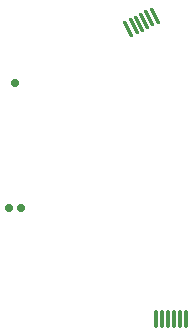
<source format=gbr>
%TF.GenerationSoftware,KiCad,Pcbnew,7.0.10*%
%TF.CreationDate,2024-11-13T10:28:54-08:00*%
%TF.ProjectId,ballBearingFPC241113,62616c6c-4265-4617-9269-6e6746504332,rev?*%
%TF.SameCoordinates,Original*%
%TF.FileFunction,Soldermask,Bot*%
%TF.FilePolarity,Negative*%
%FSLAX46Y46*%
G04 Gerber Fmt 4.6, Leading zero omitted, Abs format (unit mm)*
G04 Created by KiCad (PCBNEW 7.0.10) date 2024-11-13 10:28:54*
%MOMM*%
%LPD*%
G01*
G04 APERTURE LIST*
G04 Aperture macros list*
%AMRoundRect*
0 Rectangle with rounded corners*
0 $1 Rounding radius*
0 $2 $3 $4 $5 $6 $7 $8 $9 X,Y pos of 4 corners*
0 Add a 4 corners polygon primitive as box body*
4,1,4,$2,$3,$4,$5,$6,$7,$8,$9,$2,$3,0*
0 Add four circle primitives for the rounded corners*
1,1,$1+$1,$2,$3*
1,1,$1+$1,$4,$5*
1,1,$1+$1,$6,$7*
1,1,$1+$1,$8,$9*
0 Add four rect primitives between the rounded corners*
20,1,$1+$1,$2,$3,$4,$5,0*
20,1,$1+$1,$4,$5,$6,$7,0*
20,1,$1+$1,$6,$7,$8,$9,0*
20,1,$1+$1,$8,$9,$2,$3,0*%
G04 Aperture macros list end*
%ADD10RoundRect,0.075000X0.239618X-0.635479X0.373269X-0.567380X-0.239618X0.635479X-0.373269X0.567380X0*%
%ADD11RoundRect,0.075000X-0.239618X0.635479X-0.373269X0.567380X0.239618X-0.635479X0.373269X-0.567380X0*%
%ADD12RoundRect,0.075000X0.075000X0.675000X-0.075000X0.675000X-0.075000X-0.675000X0.075000X-0.675000X0*%
%ADD13C,0.700000*%
G04 APERTURE END LIST*
D10*
%TO.C,J5*%
X11850617Y9293035D03*
X11405114Y9066040D03*
X10963175Y8840861D03*
D11*
X10514108Y8612049D03*
D10*
X10068604Y8385054D03*
X9623101Y8158059D03*
%TD*%
D12*
%TO.C,J1*%
X14507000Y-16390400D03*
X14007000Y-16390400D03*
X13511000Y-16390400D03*
X13007000Y-16390400D03*
X12507000Y-16390400D03*
X12007000Y-16390400D03*
%TD*%
D13*
%TO.C,L2*%
X0Y3568000D03*
X500000Y-6980000D03*
X-500000Y-6980000D03*
%TD*%
M02*

</source>
